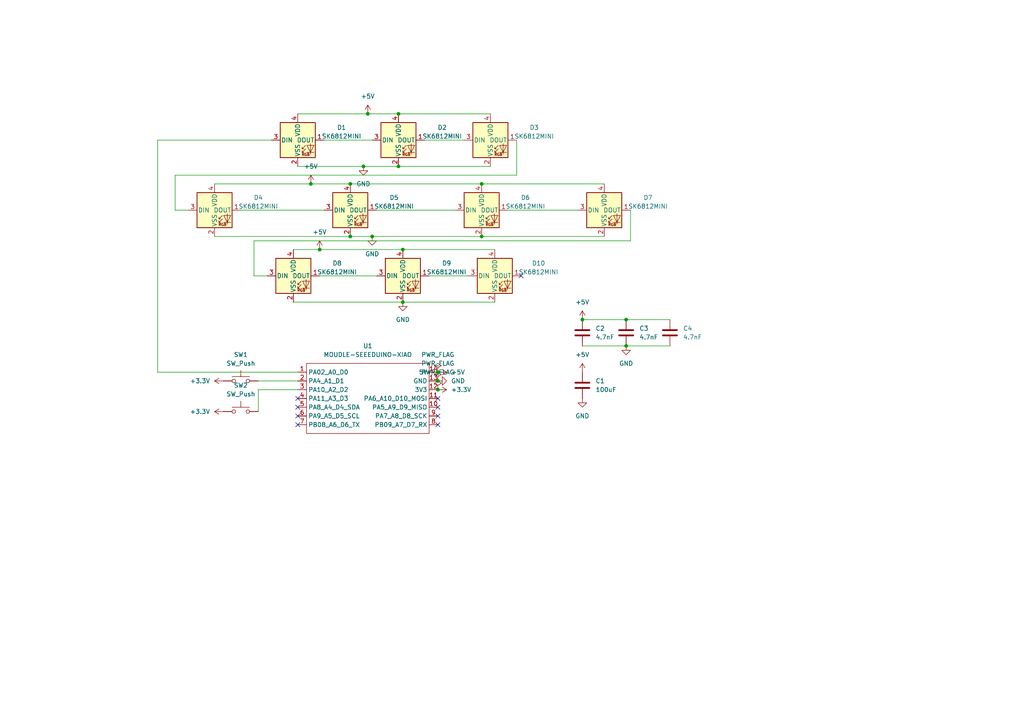
<source format=kicad_sch>
(kicad_sch (version 20230121) (generator eeschema)
  (paper "A4")
  (lib_symbols
    (symbol "Device:C" (pin_numbers hide) (pin_names (offset 0.254))
      (property "Reference" "C" (at 0.635 2.54 0))
      (property "Value" "C" (at 0.635 -2.54 0))
      (symbol "C_0_1"
        (polyline (pts (xy -2.032 -0.762) (xy 2.032 -0.762)) (stroke (width 0.508)))
        (polyline (pts (xy -2.032 0.762) (xy 2.032 0.762)) (stroke (width 0.508)))
      )
      (symbol "C_1_1"
        (pin passive line (at 0 3.81 270) (length 2.794) (name "~") (number "1"))
        (pin passive line (at 0 -3.81 90) (length 2.794) (name "~") (number "2"))
      )
    )
    (symbol "LED:SK6812MINI" (pin_names (offset 0.254))
      (property "Reference" "D" (at 5.08 5.715 0))
      (property "Value" "SK6812MINI" (at 1.27 -5.715 0))
      (symbol "SK6812MINI_0_0"
        (text "RGB" (at 2.286 -4.191 0) (effects (font (size 0.762 0.762))))
      )
      (symbol "SK6812MINI_0_1"
        (polyline (pts (xy 1.27 -3.556) (xy 1.778 -3.556)))
        (polyline (pts (xy 1.27 -2.54) (xy 1.778 -2.54)))
        (polyline (pts (xy 4.699 -3.556) (xy 2.667 -3.556)))
        (polyline (pts (xy 2.286 -2.54) (xy 1.27 -3.556) (xy 1.27 -3.048)))
        (polyline (pts (xy 2.286 -1.524) (xy 1.27 -2.54) (xy 1.27 -2.032)))
        (polyline (pts (xy 3.683 -1.016) (xy 3.683 -3.556) (xy 3.683 -4.064)))
        (polyline (pts (xy 4.699 -1.524) (xy 2.667 -1.524) (xy 3.683 -3.556) (xy 4.699 -1.524)))
        (rectangle (start 5.08 5.08) (end -5.08 -5.08) (stroke (width 0.254)) (fill (type background)))
      )
      (symbol "SK6812MINI_1_1"
        (pin output line (at 7.62 0 180) (length 2.54) (name "DOUT") (number "1"))
        (pin power_in line (at 0 -7.62 90) (length 2.54) (name "VSS") (number "2"))
        (pin input line (at -7.62 0 0) (length 2.54) (name "DIN") (number "3"))
        (pin power_in line (at 0 7.62 270) (length 2.54) (name "VDD") (number "4"))
      )
    )
    (symbol "MOUDLE-SEEEDUINO-XIAO:MOUDLE-SEEEDUINO-XIAO"
      (property "Reference" "U" (at -16.51 11.43 0))
      (property "Value" "MOUDLE-SEEEDUINO-XIAO" (at -3.81 -11.43 0))
      (symbol "MOUDLE-SEEEDUINO-XIAO_0_1"
        (rectangle (start -16.51 10.16) (end 19.05 -10.16))
      )
      (symbol "MOUDLE-SEEEDUINO-XIAO_1_1"
        (pin passive line (at -19.05 7.62 0) (length 2.54) (name "PA02_A0_D0") (number "1"))
        (pin passive line (at 21.59 -2.54 180) (length 2.54) (name "PA5_A9_D9_MISO") (number "10"))
        (pin passive line (at 21.59 0 180) (length 2.54) (name "PA6_A10_D10_MOSI") (number "11"))
        (pin passive line (at 21.59 2.54 180) (length 2.54) (name "3V3") (number "12"))
        (pin passive line (at 21.59 5.08 180) (length 2.54) (name "GND") (number "13"))
        (pin passive line (at 21.59 7.62 180) (length 2.54) (name "5V") (number "14"))
        (pin passive line (at -19.05 5.08 0) (length 2.54) (name "PA4_A1_D1") (number "2"))
        (pin passive line (at -19.05 2.54 0) (length 2.54) (name "PA10_A2_D2") (number "3"))
        (pin passive line (at -19.05 0 0) (length 2.54) (name "PA11_A3_D3") (number "4"))
        (pin passive line (at -19.05 -2.54 0) (length 2.54) (name "PA8_A4_D4_SDA") (number "5"))
        (pin passive line (at -19.05 -5.08 0) (length 2.54) (name "PA9_A5_D5_SCL") (number "6"))
        (pin passive line (at -19.05 -7.62 0) (length 2.54) (name "PB08_A6_D6_TX") (number "7"))
        (pin passive line (at 21.59 -7.62 180) (length 2.54) (name "PB09_A7_D7_RX") (number "8"))
        (pin passive line (at 21.59 -5.08 180) (length 2.54) (name "PA7_A8_D8_SCK") (number "9"))
      )
    )
    (symbol "Switch:SW_Push" (pin_numbers hide) (pin_names (offset 1.016) hide)
      (property "Reference" "SW" (at 1.27 2.54 0))
      (property "Value" "SW_Push" (at 0 -1.524 0))
      (symbol "SW_Push_0_1"
        (circle (center -2.032 0) (radius 0.508))
        (polyline (pts (xy 0 1.27) (xy 0 3.048)))
        (polyline (pts (xy 2.54 1.27) (xy -2.54 1.27)))
        (circle (center 2.032 0) (radius 0.508))
        (pin passive line (at -5.08 0 0) (length 2.54) (name "1") (number "1"))
        (pin passive line (at 5.08 0 180) (length 2.54) (name "2") (number "2"))
      )
    )
    (symbol "power:+3.3V" (power) (pin_names (offset 0))
      (property "Value" "+3.3V" (at 0 3.556 0))
      (symbol "+3.3V_0_1"
        (polyline (pts (xy -0.762 1.27) (xy 0 2.54)))
        (polyline (pts (xy 0 0) (xy 0 2.54)))
        (polyline (pts (xy 0 2.54) (xy 0.762 1.27)))
      )
      (symbol "+3.3V_1_1"
        (pin power_in line (at 0 0 90) (length 0) hide (name "+3.3V") (number "1"))
      )
    )
    (symbol "power:+5V" (power) (pin_names (offset 0))
      (property "Value" "+5V" (at 0 3.556 0))
      (symbol "+5V_0_1"
        (polyline (pts (xy -0.762 1.27) (xy 0 2.54)))
        (polyline (pts (xy 0 0) (xy 0 2.54)))
        (polyline (pts (xy 0 2.54) (xy 0.762 1.27)))
      )
      (symbol "+5V_1_1"
        (pin power_in line (at 0 0 90) (length 0) hide (name "+5V") (number "1"))
      )
    )
    (symbol "power:GND" (power) (pin_names (offset 0))
      (property "Value" "GND" (at 0 -3.81 0))
      (symbol "GND_0_1"
        (polyline (pts (xy 0 0) (xy 0 -1.27) (xy 1.27 -1.27) (xy 0 -2.54) (xy -1.27 -1.27) (xy 0 -1.27)))
      )
      (symbol "GND_1_1"
        (pin power_in line (at 0 0 270) (length 0) hide (name "GND") (number "1"))
      )
    )
    (symbol "power:PWR_FLAG" (power) (pin_numbers hide) (pin_names (offset 0) hide)
      (property "Value" "PWR_FLAG" (at 0 3.81 0))
      (symbol "PWR_FLAG_0_0"
        (pin power_out line (at 0 0 90) (length 0) (name "pwr") (number "1"))
      )
      (symbol "PWR_FLAG_0_1"
        (polyline (pts (xy 0 0) (xy 0 1.27) (xy -1.016 1.905) (xy 0 2.54) (xy 1.016 1.905) (xy 0 1.27)))
      )
    )
  )
  (junction (at 168.91 92.71))
  (junction (at 92.71 72.39))
  (junction (at 139.7 53.34))
  (junction (at 101.6 53.34))
  (junction (at 181.61 92.71))
  (junction (at 115.57 48.26))
  (junction (at 116.84 72.39))
  (junction (at 90.17 53.34))
  (junction (at 127 107.95))
  (junction (at 115.57 33.02))
  (junction (at 107.95 68.58))
  (junction (at 101.6 68.58))
  (junction (at 127 110.49))
  (junction (at 106.68 33.02))
  (junction (at 181.61 100.33))
  (junction (at 116.84 87.63))
  (junction (at 139.7 68.58))
  (junction (at 105.41 48.26))
  (junction (at 127 113.03))
  (no_connect (at 127 118.11))
  (no_connect (at 127 115.57))
  (no_connect (at 86.36 115.57))
  (no_connect (at 86.36 118.11))
  (no_connect (at 127 123.19))
  (no_connect (at 151.13 80.01))
  (no_connect (at 86.36 120.65))
  (no_connect (at 86.36 123.19))
  (no_connect (at 127 120.65))
  (wire (pts (xy 50.8 60.96) (xy 54.61 60.96)))
  (wire (pts (xy 139.7 53.34) (xy 175.26 53.34)))
  (wire (pts (xy 78.74 40.64) (xy 45.72 40.64)))
  (wire (pts (xy 107.95 68.58) (xy 139.7 68.58)))
  (wire (pts (xy 182.88 69.85) (xy 73.66 69.85)))
  (wire (pts (xy 168.91 92.71) (xy 181.61 92.71)))
  (wire (pts (xy 116.84 72.39) (xy 143.51 72.39)))
  (wire (pts (xy 115.57 33.02) (xy 142.24 33.02)))
  (wire (pts (xy 86.36 33.02) (xy 106.68 33.02)))
  (wire (pts (xy 101.6 53.34) (xy 139.7 53.34)))
  (wire (pts (xy 105.41 48.26) (xy 115.57 48.26)))
  (wire (pts (xy 101.6 68.58) (xy 107.95 68.58)))
  (wire (pts (xy 182.88 60.96) (xy 182.88 69.85)))
  (wire (pts (xy 139.7 68.58) (xy 175.26 68.58)))
  (wire (pts (xy 69.85 60.96) (xy 93.98 60.96)))
  (wire (pts (xy 86.36 48.26) (xy 105.41 48.26)))
  (wire (pts (xy 149.86 50.8) (xy 50.8 50.8)))
  (wire (pts (xy 62.23 53.34) (xy 90.17 53.34)))
  (wire (pts (xy 147.32 60.96) (xy 167.64 60.96)))
  (wire (pts (xy 90.17 53.34) (xy 101.6 53.34)))
  (wire (pts (xy 74.93 113.03) (xy 74.93 119.38)))
  (wire (pts (xy 92.71 80.01) (xy 109.22 80.01)))
  (wire (pts (xy 62.23 68.58) (xy 101.6 68.58)))
  (wire (pts (xy 45.72 40.64) (xy 45.72 107.95)))
  (wire (pts (xy 85.09 72.39) (xy 92.71 72.39)))
  (wire (pts (xy 106.68 33.02) (xy 115.57 33.02)))
  (wire (pts (xy 181.61 92.71) (xy 194.31 92.71)))
  (wire (pts (xy 168.91 100.33) (xy 181.61 100.33)))
  (wire (pts (xy 74.93 110.49) (xy 86.36 110.49)))
  (wire (pts (xy 115.57 48.26) (xy 142.24 48.26)))
  (wire (pts (xy 116.84 87.63) (xy 143.51 87.63)))
  (wire (pts (xy 93.98 40.64) (xy 107.95 40.64)))
  (wire (pts (xy 123.19 40.64) (xy 134.62 40.64)))
  (wire (pts (xy 86.36 113.03) (xy 74.93 113.03)))
  (wire (pts (xy 73.66 69.85) (xy 73.66 80.01)))
  (wire (pts (xy 85.09 87.63) (xy 116.84 87.63)))
  (wire (pts (xy 149.86 40.64) (xy 149.86 50.8)))
  (wire (pts (xy 45.72 107.95) (xy 86.36 107.95)))
  (wire (pts (xy 109.22 60.96) (xy 132.08 60.96)))
  (wire (pts (xy 92.71 72.39) (xy 116.84 72.39)))
  (wire (pts (xy 181.61 100.33) (xy 194.31 100.33)))
  (wire (pts (xy 73.66 80.01) (xy 77.47 80.01)))
  (wire (pts (xy 50.8 50.8) (xy 50.8 60.96)))
  (wire (pts (xy 124.46 80.01) (xy 135.89 80.01)))
  (symbol (lib_id "LED:SK6812MINI") (at 143.51 80.01 0) (unit 1)
    (property "Reference" "D10" (at 156.21 76.3621 0))
    (property "Value" "SK6812MINI" (at 156.21 78.9021 0))
    (property "Footprint" "LED_SMD:LED_SK6812MINI_PLCC4_3.5x3.5mm_P1.75mm" (effects hide))
    (property "Datasheet" "https://cdn-shop.adafruit.com/product-files/2686/SK6812MINI_REV.01-1-2.pdf" (effects hide))
  )
  (symbol (lib_id "power:PWR_FLAG") (at 127 107.95 0) (unit 1)
    (property "Reference" "#FLG01" (effects hide))
    (property "Value" "PWR_FLAG" (at 127 102.87 0))
  )
  (symbol (lib_id "power:+3.3V") (at 64.77 110.49 90) (unit 1)
    (property "Reference" "#PWR010" (effects hide))
    (property "Value" "+3.3V" (at 60.96 110.49 90) (effects (justify left)))
  )
  (symbol (lib_id "Device:C") (at 168.91 96.52 0) (unit 1)
    (property "Reference" "C2" (at 172.72 95.25 0) (effects (justify left)))
    (property "Value" "4.7nF" (at 172.72 97.79 0) (effects (justify left)))
    (property "Footprint" "Capacitor_SMD:C_0402_1005Metric_Pad0.74x0.62mm_HandSolder" (effects hide))
  )
  (symbol (lib_id "power:+5V") (at 92.71 72.39 0) (unit 1)
    (property "Reference" "#PWR03" (effects hide))
    (property "Value" "+5V" (at 92.71 67.31 0))
  )
  (symbol (lib_id "MOUDLE-SEEEDUINO-XIAO:MOUDLE-SEEEDUINO-XIAO") (at 105.41 115.57 0) (unit 1)
    (property "Reference" "U1" (at 106.68 100.33 0))
    (property "Value" "MOUDLE-SEEEDUINO-XIAO" (at 106.68 102.87 0))
    (property "Footprint" "XIAO_PCB:MOUDLE14P-2.54-21X17.8MM" (effects hide))
  )
  (symbol (lib_id "power:GND") (at 168.91 115.57 0) (unit 1)
    (property "Reference" "#PWR015" (effects hide))
    (property "Value" "GND" (at 168.91 120.65 0))
  )
  (symbol (lib_id "LED:SK6812MINI") (at 175.26 60.96 0) (unit 1)
    (property "Reference" "D7" (at 187.96 57.3121 0))
    (property "Value" "SK6812MINI" (at 187.96 59.8521 0))
    (property "Footprint" "LED_SMD:LED_SK6812MINI_PLCC4_3.5x3.5mm_P1.75mm" (effects hide))
    (property "Datasheet" "https://cdn-shop.adafruit.com/product-files/2686/SK6812MINI_REV.01-1-2.pdf" (effects hide))
  )
  (symbol (lib_id "LED:SK6812MINI") (at 115.57 40.64 0) (unit 1)
    (property "Reference" "D2" (at 128.27 36.9921 0))
    (property "Value" "SK6812MINI" (at 128.27 39.5321 0))
    (property "Footprint" "LED_SMD:LED_SK6812MINI_PLCC4_3.5x3.5mm_P1.75mm" (effects hide))
    (property "Datasheet" "https://cdn-shop.adafruit.com/product-files/2686/SK6812MINI_REV.01-1-2.pdf" (effects hide))
  )
  (symbol (lib_id "power:GND") (at 105.41 48.26 0) (unit 1)
    (property "Reference" "#PWR04" (effects hide))
    (property "Value" "GND" (at 105.41 53.34 0))
  )
  (symbol (lib_id "power:+5V") (at 127 107.95 270) (unit 1)
    (property "Reference" "#PWR08" (effects hide))
    (property "Value" "+5V" (at 130.81 107.95 90) (effects (justify left)))
  )
  (symbol (lib_id "power:GND") (at 116.84 87.63 0) (unit 1)
    (property "Reference" "#PWR06" (effects hide))
    (property "Value" "GND" (at 116.84 92.71 0))
  )
  (symbol (lib_id "Switch:SW_Push") (at 69.85 119.38 0) (unit 1)
    (property "Reference" "SW2" (at 69.85 111.76 0))
    (property "Value" "SW_Push" (at 69.85 114.3 0))
    (property "Footprint" "Button_Switch_SMD:SW_SPST_B3S-1000" (effects hide))
  )
  (symbol (lib_id "LED:SK6812MINI") (at 116.84 80.01 0) (unit 1)
    (property "Reference" "D9" (at 129.54 76.3621 0))
    (property "Value" "SK6812MINI" (at 129.54 78.9021 0))
    (property "Footprint" "LED_SMD:LED_SK6812MINI_PLCC4_3.5x3.5mm_P1.75mm" (effects hide))
    (property "Datasheet" "https://cdn-shop.adafruit.com/product-files/2686/SK6812MINI_REV.01-1-2.pdf" (effects hide))
  )
  (symbol (lib_id "LED:SK6812MINI") (at 86.36 40.64 0) (unit 1)
    (property "Reference" "D1" (at 99.06 36.9921 0))
    (property "Value" "SK6812MINI" (at 99.06 39.5321 0))
    (property "Footprint" "LED_SMD:LED_SK6812MINI_PLCC4_3.5x3.5mm_P1.75mm" (effects hide))
    (property "Datasheet" "https://cdn-shop.adafruit.com/product-files/2686/SK6812MINI_REV.01-1-2.pdf" (effects hide))
  )
  (symbol (lib_id "power:PWR_FLAG") (at 127 110.49 0) (unit 1)
    (property "Reference" "#FLG03" (effects hide))
    (property "Value" "PWR_FLAG" (at 127 105.41 0))
  )
  (symbol (lib_id "Device:C") (at 181.61 96.52 0) (unit 1)
    (property "Reference" "C3" (at 185.42 95.25 0) (effects (justify left)))
    (property "Value" "4.7nF" (at 185.42 97.79 0) (effects (justify left)))
    (property "Footprint" "Capacitor_SMD:C_0402_1005Metric_Pad0.74x0.62mm_HandSolder" (effects hide))
  )
  (symbol (lib_id "power:PWR_FLAG") (at 127 113.03 0) (unit 1)
    (property "Reference" "#FLG02" (effects hide))
    (property "Value" "PWR_FLAG" (at 127 107.95 0))
  )
  (symbol (lib_id "power:+3.3V") (at 64.77 119.38 90) (unit 1)
    (property "Reference" "#PWR011" (effects hide))
    (property "Value" "+3.3V" (at 60.96 119.38 90) (effects (justify left)))
  )
  (symbol (lib_id "Device:C") (at 168.91 111.76 0) (unit 1)
    (property "Reference" "C1" (at 172.72 110.49 0) (effects (justify left)))
    (property "Value" "100uF" (at 172.72 113.03 0) (effects (justify left)))
    (property "Footprint" "Capacitor_SMD:C_1206_3216Metric_Pad1.33x1.80mm_HandSolder" (effects hide))
  )
  (symbol (lib_id "LED:SK6812MINI") (at 142.24 40.64 0) (unit 1)
    (property "Reference" "D3" (at 154.94 36.9921 0))
    (property "Value" "SK6812MINI" (at 154.94 39.5321 0))
    (property "Footprint" "LED_SMD:LED_SK6812MINI_PLCC4_3.5x3.5mm_P1.75mm" (effects hide))
    (property "Datasheet" "https://cdn-shop.adafruit.com/product-files/2686/SK6812MINI_REV.01-1-2.pdf" (effects hide))
  )
  (symbol (lib_id "LED:SK6812MINI") (at 139.7 60.96 0) (unit 1)
    (property "Reference" "D6" (at 152.4 57.3121 0))
    (property "Value" "SK6812MINI" (at 152.4 59.8521 0))
    (property "Footprint" "LED_SMD:LED_SK6812MINI_PLCC4_3.5x3.5mm_P1.75mm" (effects hide))
    (property "Datasheet" "https://cdn-shop.adafruit.com/product-files/2686/SK6812MINI_REV.01-1-2.pdf" (effects hide))
  )
  (symbol (lib_id "power:+3.3V") (at 127 113.03 270) (unit 1)
    (property "Reference" "#PWR09" (effects hide))
    (property "Value" "+3.3V" (at 130.81 113.03 90) (effects (justify left)))
  )
  (symbol (lib_id "power:+5V") (at 106.68 33.02 0) (unit 1)
    (property "Reference" "#PWR01" (effects hide))
    (property "Value" "+5V" (at 106.68 27.94 0))
  )
  (symbol (lib_id "LED:SK6812MINI") (at 62.23 60.96 0) (unit 1)
    (property "Reference" "D4" (at 74.93 57.3121 0))
    (property "Value" "SK6812MINI" (at 74.93 59.8521 0))
    (property "Footprint" "LED_SMD:LED_SK6812MINI_PLCC4_3.5x3.5mm_P1.75mm" (effects hide))
    (property "Datasheet" "https://cdn-shop.adafruit.com/product-files/2686/SK6812MINI_REV.01-1-2.pdf" (effects hide))
  )
  (symbol (lib_id "LED:SK6812MINI") (at 101.6 60.96 0) (unit 1)
    (property "Reference" "D5" (at 114.3 57.3121 0))
    (property "Value" "SK6812MINI" (at 114.3 59.8521 0))
    (property "Footprint" "LED_SMD:LED_SK6812MINI_PLCC4_3.5x3.5mm_P1.75mm" (effects hide))
    (property "Datasheet" "https://cdn-shop.adafruit.com/product-files/2686/SK6812MINI_REV.01-1-2.pdf" (effects hide))
  )
  (symbol (lib_id "power:GND") (at 181.61 100.33 0) (unit 1)
    (property "Reference" "#PWR014" (effects hide))
    (property "Value" "GND" (at 181.61 105.41 0))
  )
  (symbol (lib_id "power:+5V") (at 168.91 107.95 0) (unit 1)
    (property "Reference" "#PWR013" (effects hide))
    (property "Value" "+5V" (at 168.91 102.87 0))
  )
  (symbol (lib_id "power:GND") (at 127 110.49 90) (unit 1)
    (property "Reference" "#PWR07" (effects hide))
    (property "Value" "GND" (at 130.81 110.49 90) (effects (justify right)))
  )
  (symbol (lib_id "power:+5V") (at 168.91 92.71 0) (unit 1)
    (property "Reference" "#PWR012" (effects hide))
    (property "Value" "+5V" (at 168.91 87.63 0))
  )
  (symbol (lib_id "power:+5V") (at 90.17 53.34 0) (unit 1)
    (property "Reference" "#PWR02" (effects hide))
    (property "Value" "+5V" (at 90.17 48.26 0))
  )
  (symbol (lib_id "LED:SK6812MINI") (at 85.09 80.01 0) (unit 1)
    (property "Reference" "D8" (at 97.79 76.3621 0))
    (property "Value" "SK6812MINI" (at 97.79 78.9021 0))
    (property "Footprint" "LED_SMD:LED_SK6812MINI_PLCC4_3.5x3.5mm_P1.75mm" (effects hide))
    (property "Datasheet" "https://cdn-shop.adafruit.com/product-files/2686/SK6812MINI_REV.01-1-2.pdf" (effects hide))
  )
  (symbol (lib_id "power:GND") (at 107.95 68.58 0) (unit 1)
    (property "Reference" "#PWR05" (effects hide))
    (property "Value" "GND" (at 107.95 73.66 0))
  )
  (symbol (lib_id "Switch:SW_Push") (at 69.85 110.49 0) (unit 1)
    (property "Reference" "SW1" (at 69.85 102.87 0))
    (property "Value" "SW_Push" (at 69.85 105.41 0))
    (property "Footprint" "Button_Switch_SMD:SW_SPST_B3S-1000" (effects hide))
  )
  (symbol (lib_id "Device:C") (at 194.31 96.52 0) (unit 1)
    (property "Reference" "C4" (at 198.12 95.25 0) (effects (justify left)))
    (property "Value" "4.7nF" (at 198.12 97.79 0) (effects (justify left)))
    (property "Footprint" "Capacitor_SMD:C_0402_1005Metric_Pad0.74x0.62mm_HandSolder" (effects hide))
  )
)
</source>
